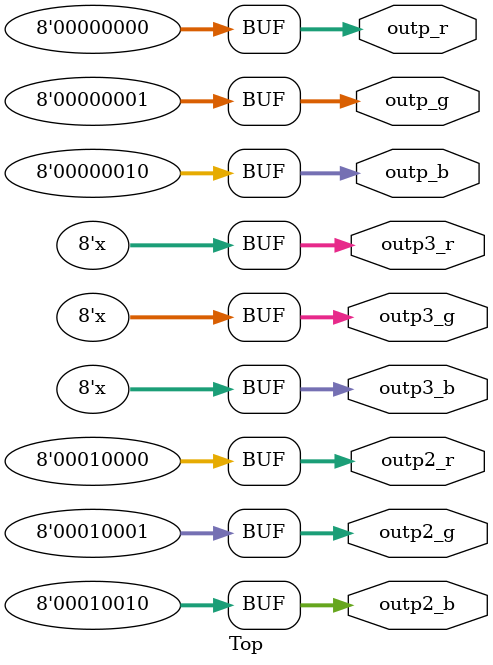
<source format=sv>
module Top (
	output logic [7:0] outp_r,
	output logic [7:0] outp_g,
	output logic [7:0] outp_b,

	output logic [7:0] outp2_r,
	output logic [7:0] outp2_g,
	output logic [7:0] outp2_b,

	output logic [7:0] outp3_r,
	output logic [7:0] outp3_g,
	output logic [7:0] outp3_b
);

	assign outp_r = 1'h0;
	assign outp_g = 1'h1;
	assign outp_b = 2'h2;
	assign outp2_r = 5'h10;
	assign outp2_g = 5'h11;
	assign outp2_b = 5'h12;

	assign outp3_r = 8'hx;
	assign outp3_g = 8'hx;
	assign outp3_b = 8'hx;
endmodule



</source>
